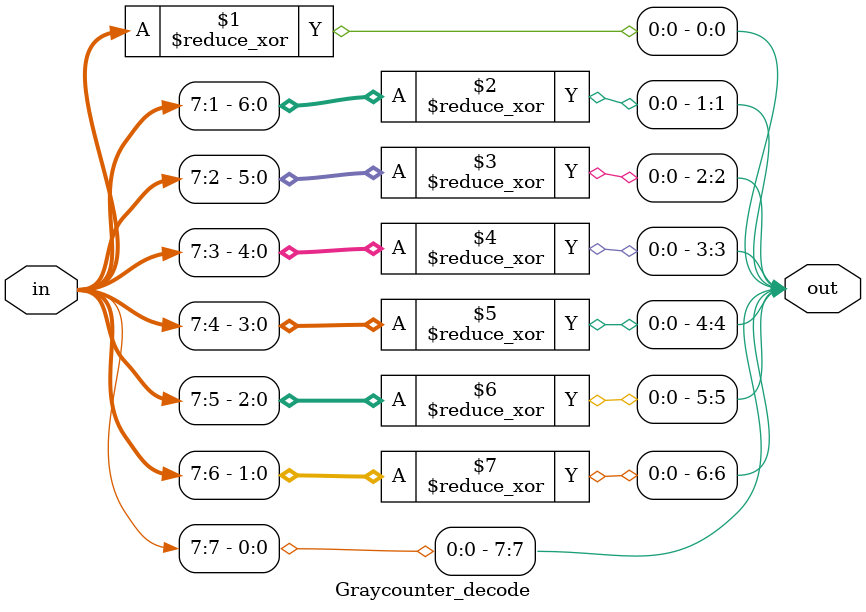
<source format=sv>
`ifndef _GRAYCOUNTER
`define _GRAYCOUNTER

`default_nettype none

module Graycounter(out, clk, reset);

   parameter WIDTH = 8;

   output [WIDTH-1 : 0] out;
   input clk, reset;

   logic [WIDTH-1 : 0]  q;

   assign out = {q[WIDTH-1], q[WIDTH-1:1] ^ q[WIDTH-2:0]};

   always_ff @(posedge clk or posedge reset) begin
      if (reset) begin
        q <= 0;
      end else begin
         q <= q + 1;
      end
   end

endmodule // graycounter

module Graycounter_decode(in, out);

   parameter WIDTH = 8;

   input [WIDTH-1:0] in;
   output logic [WIDTH-1:0] out;

   genvar i;
   generate
      for(i = 0; i < WIDTH; i++) begin
         assign out[i] = ^ in[WIDTH-1:i];
      end
   endgenerate

endmodule

`endif
</source>
